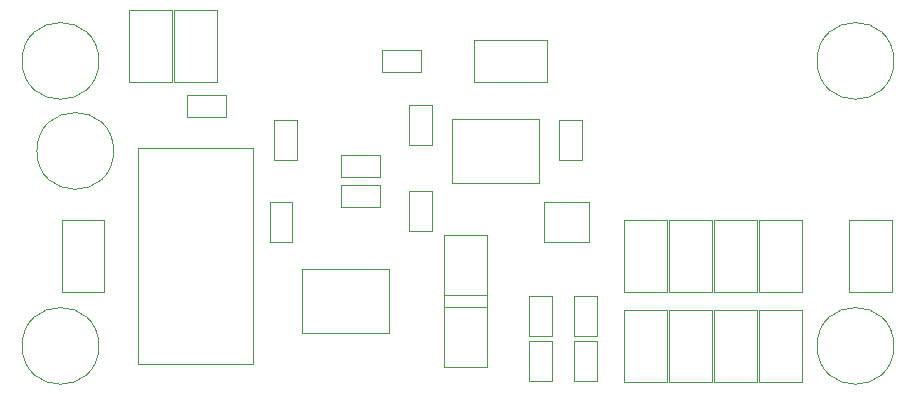
<source format=gbr>
G04 #@! TF.GenerationSoftware,KiCad,Pcbnew,7.0.2-6a45011f42~172~ubuntu22.04.1*
G04 #@! TF.CreationDate,2023-04-28T22:36:37-05:00*
G04 #@! TF.ProjectId,laser,6c617365-722e-46b6-9963-61645f706362,rev?*
G04 #@! TF.SameCoordinates,PXc1c960PY791ddc0*
G04 #@! TF.FileFunction,Other,User*
%FSLAX46Y46*%
G04 Gerber Fmt 4.6, Leading zero omitted, Abs format (unit mm)*
G04 Created by KiCad (PCBNEW 7.0.2-6a45011f42~172~ubuntu22.04.1) date 2023-04-28 22:36:37*
%MOMM*%
%LPD*%
G01*
G04 APERTURE LIST*
%ADD10C,0.050000*%
G04 APERTURE END LIST*
D10*
X21910000Y19577500D02*
X21910000Y22937500D01*
X23810000Y19577500D02*
X21910000Y19577500D01*
X21910000Y22937500D02*
X23810000Y22937500D01*
X23810000Y22937500D02*
X23810000Y19577500D01*
X51546690Y6880000D02*
X51546690Y730000D01*
X51546690Y730000D02*
X55146690Y730000D01*
X55146690Y6880000D02*
X51546690Y6880000D01*
X55146690Y730000D02*
X55146690Y6880000D01*
X23452500Y16007500D02*
X23452500Y12647500D01*
X21552500Y16007500D02*
X23452500Y16007500D01*
X23452500Y12647500D02*
X21552500Y12647500D01*
X21552500Y12647500D02*
X21552500Y16007500D01*
X33310000Y20840000D02*
X33310000Y24240000D01*
X35270000Y20840000D02*
X33310000Y20840000D01*
X33310000Y24240000D02*
X35270000Y24240000D01*
X35270000Y24240000D02*
X35270000Y20840000D01*
X43506690Y4645000D02*
X43506690Y8005000D01*
X45406690Y4645000D02*
X43506690Y4645000D01*
X43506690Y8005000D02*
X45406690Y8005000D01*
X45406690Y8005000D02*
X45406690Y4645000D01*
X7515000Y8355000D02*
X7515000Y14505000D01*
X7515000Y14505000D02*
X3915000Y14505000D01*
X3915000Y8355000D02*
X7515000Y8355000D01*
X3915000Y14505000D02*
X3915000Y8355000D01*
X27530000Y17460000D02*
X30890000Y17460000D01*
X27530000Y15560000D02*
X27530000Y17460000D01*
X30890000Y17460000D02*
X30890000Y15560000D01*
X30890000Y15560000D02*
X27530000Y15560000D01*
X24240000Y10320000D02*
X24240000Y4920000D01*
X24240000Y4920000D02*
X31640000Y4920000D01*
X31640000Y10320000D02*
X24240000Y10320000D01*
X31640000Y4920000D02*
X31640000Y10320000D01*
X74190000Y8360000D02*
X74190000Y14510000D01*
X74190000Y14510000D02*
X70590000Y14510000D01*
X70590000Y8360000D02*
X74190000Y8360000D01*
X70590000Y14510000D02*
X70590000Y8360000D01*
X8310000Y20320000D02*
G75*
G03*
X8310000Y20320000I-3250000J0D01*
G01*
X36940000Y23020000D02*
X36940000Y17620000D01*
X36940000Y17620000D02*
X44340000Y17620000D01*
X44340000Y23020000D02*
X36940000Y23020000D01*
X44340000Y17620000D02*
X44340000Y23020000D01*
X13230000Y26140000D02*
X13230000Y32290000D01*
X13230000Y32290000D02*
X9630000Y32290000D01*
X9630000Y26140000D02*
X13230000Y26140000D01*
X9630000Y32290000D02*
X9630000Y26140000D01*
X33340000Y13560000D02*
X33340000Y16920000D01*
X35240000Y13560000D02*
X33340000Y13560000D01*
X33340000Y16920000D02*
X35240000Y16920000D01*
X35240000Y16920000D02*
X35240000Y13560000D01*
X17040000Y26140000D02*
X17040000Y32290000D01*
X17040000Y32290000D02*
X13440000Y32290000D01*
X13440000Y26140000D02*
X17040000Y26140000D01*
X13440000Y32290000D02*
X13440000Y26140000D01*
X43506690Y860000D02*
X43506690Y4220000D01*
X45406690Y860000D02*
X43506690Y860000D01*
X43506690Y4220000D02*
X45406690Y4220000D01*
X45406690Y4220000D02*
X45406690Y860000D01*
X10330000Y20600000D02*
X10330000Y2250000D01*
X10330000Y2250000D02*
X20130000Y2250000D01*
X20130000Y20600000D02*
X10330000Y20600000D01*
X20130000Y2250000D02*
X20130000Y20600000D01*
X17857500Y23180000D02*
X14497500Y23180000D01*
X17857500Y25080000D02*
X17857500Y23180000D01*
X14497500Y23180000D02*
X14497500Y25080000D01*
X14497500Y25080000D02*
X17857500Y25080000D01*
X62970000Y6887566D02*
X62970000Y737566D01*
X62970000Y737566D02*
X66570000Y737566D01*
X66570000Y6887566D02*
X62970000Y6887566D01*
X66570000Y737566D02*
X66570000Y6887566D01*
X55356690Y6880000D02*
X55356690Y730000D01*
X55356690Y730000D02*
X58956690Y730000D01*
X58956690Y6880000D02*
X55356690Y6880000D01*
X58956690Y730000D02*
X58956690Y6880000D01*
X51546690Y14500000D02*
X51546690Y8350000D01*
X51546690Y8350000D02*
X55146690Y8350000D01*
X55146690Y14500000D02*
X51546690Y14500000D01*
X55146690Y8350000D02*
X55146690Y14500000D01*
X74370000Y27940000D02*
G75*
G03*
X74370000Y27940000I-3250000J0D01*
G01*
X47940000Y22912500D02*
X47940000Y19552500D01*
X46040000Y22912500D02*
X47940000Y22912500D01*
X47940000Y19552500D02*
X46040000Y19552500D01*
X46040000Y19552500D02*
X46040000Y22912500D01*
X34367500Y26990000D02*
X31007500Y26990000D01*
X34367500Y28890000D02*
X34367500Y26990000D01*
X31007500Y26990000D02*
X31007500Y28890000D01*
X31007500Y28890000D02*
X34367500Y28890000D01*
X62976690Y14500000D02*
X62976690Y8350000D01*
X62976690Y8350000D02*
X66576690Y8350000D01*
X66576690Y14500000D02*
X62976690Y14500000D01*
X66576690Y8350000D02*
X66576690Y14500000D01*
X7060000Y27940000D02*
G75*
G03*
X7060000Y27940000I-3250000J0D01*
G01*
X36300000Y13230000D02*
X36300000Y7080000D01*
X36300000Y7080000D02*
X39900000Y7080000D01*
X39900000Y13230000D02*
X36300000Y13230000D01*
X39900000Y7080000D02*
X39900000Y13230000D01*
X55356690Y14500000D02*
X55356690Y8350000D01*
X55356690Y8350000D02*
X58956690Y8350000D01*
X58956690Y14500000D02*
X55356690Y14500000D01*
X58956690Y8350000D02*
X58956690Y14500000D01*
X47316690Y4645000D02*
X47316690Y8005000D01*
X49216690Y4645000D02*
X47316690Y4645000D01*
X47316690Y8005000D02*
X49216690Y8005000D01*
X49216690Y8005000D02*
X49216690Y4645000D01*
X36300000Y8150000D02*
X36300000Y2000000D01*
X36300000Y2000000D02*
X39900000Y2000000D01*
X39900000Y8150000D02*
X36300000Y8150000D01*
X39900000Y2000000D02*
X39900000Y8150000D01*
X59166690Y6880000D02*
X59166690Y730000D01*
X59166690Y730000D02*
X62766690Y730000D01*
X62766690Y6880000D02*
X59166690Y6880000D01*
X62766690Y730000D02*
X62766690Y6880000D01*
X7060000Y3810000D02*
G75*
G03*
X7060000Y3810000I-3250000J0D01*
G01*
X74370000Y3810000D02*
G75*
G03*
X74370000Y3810000I-3250000J0D01*
G01*
X47316690Y860000D02*
X47316690Y4220000D01*
X49216690Y860000D02*
X47316690Y860000D01*
X47316690Y4220000D02*
X49216690Y4220000D01*
X49216690Y4220000D02*
X49216690Y860000D01*
X59166690Y14500000D02*
X59166690Y8350000D01*
X59166690Y8350000D02*
X62766690Y8350000D01*
X62766690Y14500000D02*
X59166690Y14500000D01*
X62766690Y8350000D02*
X62766690Y14500000D01*
X30890000Y18100000D02*
X27530000Y18100000D01*
X30890000Y20000000D02*
X30890000Y18100000D01*
X27530000Y18100000D02*
X27530000Y20000000D01*
X27530000Y20000000D02*
X30890000Y20000000D01*
X44744190Y15990000D02*
X44744190Y12590000D01*
X44744190Y12590000D02*
X48584190Y12590000D01*
X48584190Y15990000D02*
X44744190Y15990000D01*
X48584190Y12590000D02*
X48584190Y15990000D01*
X44980000Y29740000D02*
X38830000Y29740000D01*
X38830000Y29740000D02*
X38830000Y26140000D01*
X44980000Y26140000D02*
X44980000Y29740000D01*
X38830000Y26140000D02*
X44980000Y26140000D01*
M02*

</source>
